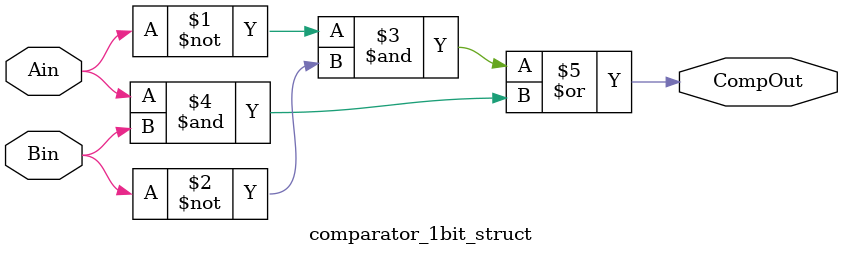
<source format=v>
module comparator_1bit_struct
  (
   input                     Ain,
   input                     Bin,
   output                    CompOut 
  );
  assign CompOut = (~Ain & ~Bin) | (Ain & Bin);
endmodule
</source>
